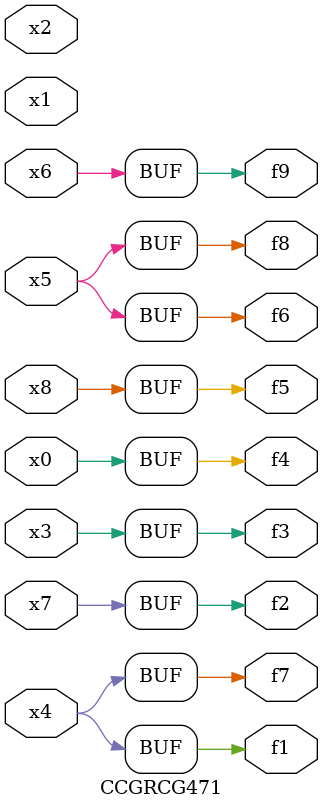
<source format=v>
module CCGRCG471(
	input x0, x1, x2, x3, x4, x5, x6, x7, x8,
	output f1, f2, f3, f4, f5, f6, f7, f8, f9
);
	assign f1 = x4;
	assign f2 = x7;
	assign f3 = x3;
	assign f4 = x0;
	assign f5 = x8;
	assign f6 = x5;
	assign f7 = x4;
	assign f8 = x5;
	assign f9 = x6;
endmodule

</source>
